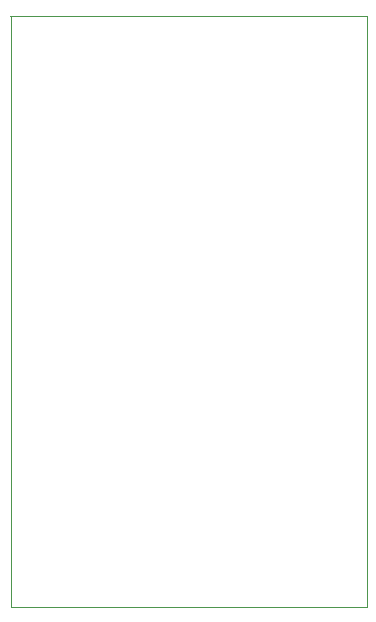
<source format=gbr>
G04 #@! TF.FileFunction,Profile,NP*
%FSLAX46Y46*%
G04 Gerber Fmt 4.6, Leading zero omitted, Abs format (unit mm)*
G04 Created by KiCad (PCBNEW 4.0.2-stable) date 20.4.2016 10:49:15*
%MOMM*%
G01*
G04 APERTURE LIST*
%ADD10C,0.050000*%
%ADD11C,0.100000*%
G04 APERTURE END LIST*
D10*
D11*
X59184170Y-127954660D02*
X59184170Y-127510160D01*
X59184170Y-177548160D02*
X59184170Y-127954660D01*
X61343170Y-177548160D02*
X59184170Y-177548160D01*
X89283170Y-177548160D02*
X61343170Y-177548160D01*
X89283170Y-127510160D02*
X89283170Y-177548160D01*
X59184170Y-127510160D02*
X89283170Y-127510160D01*
X59057170Y-127510160D02*
X59184170Y-127510160D01*
M02*

</source>
